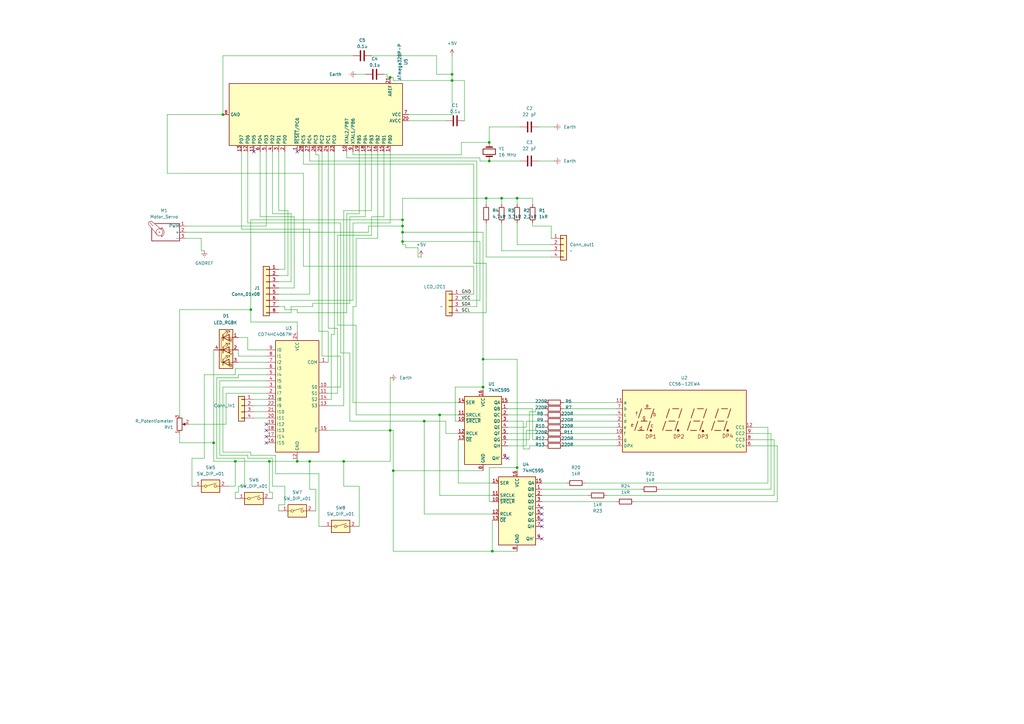
<source format=kicad_sch>
(kicad_sch (version 20250114) (generator "eeschema") (generator_version "9.0")
  (paper "A3")
  (lib_symbols
    (symbol "74xx:74HC595"
      (property "Reference" "U" (at -7.62 13.97 0))
      (property "Value" "74HC595" (at -7.62 -16.51 0))
      (symbol "74HC595_1_0"
        (pin input line (at -10.16 10.16 0) (length 2.54) (name "SER") (number "14"))
        (pin input line (at -10.16 5.08 0) (length 2.54) (name "SRCLK") (number "11"))
        (pin input line (at -10.16 2.54 0) (length 2.54) (name "~{SRCLR}") (number "10"))
        (pin input line (at -10.16 -2.54 0) (length 2.54) (name "RCLK") (number "12"))
        (pin input line (at -10.16 -5.08 0) (length 2.54) (name "~{OE}") (number "13"))
        (pin power_in line (at 0 15.24 270) (length 2.54) (name "VCC") (number "16"))
        (pin power_in line (at 0 -17.78 90) (length 2.54) (name "GND") (number "8"))
        (pin tri_state line (at 10.16 10.16 180) (length 2.54) (name "QA") (number "15"))
        (pin tri_state line (at 10.16 7.62 180) (length 2.54) (name "QB") (number "1"))
        (pin tri_state line (at 10.16 5.08 180) (length 2.54) (name "QC") (number "2"))
        (pin tri_state line (at 10.16 2.54 180) (length 2.54) (name "QD") (number "3"))
        (pin tri_state line (at 10.16 0 180) (length 2.54) (name "QE") (number "4"))
        (pin tri_state line (at 10.16 -2.54 180) (length 2.54) (name "QF") (number "5"))
        (pin tri_state line (at 10.16 -5.08 180) (length 2.54) (name "QG") (number "6"))
        (pin tri_state line (at 10.16 -7.62 180) (length 2.54) (name "QH") (number "7"))
        (pin output line (at 10.16 -12.7 180) (length 2.54) (name "QH'") (number "9"))
      )
    )
    (symbol "74xx:CD74HC4067M"
      (property "Reference" "U" (at -8.89 22.86 0))
      (property "Value" "CD74HC4067M" (at 1.27 22.86 0))
      (symbol "CD74HC4067M_1_1"
        (pin passive line (at -12.7 12.7 0) (length 3.81) (name "COM") (number "1"))
        (pin input line (at -12.7 2.54 0) (length 3.81) (name "S0") (number "10"))
        (pin input line (at -12.7 0 0) (length 3.81) (name "S1") (number "11"))
        (pin input line (at -12.7 -2.54 0) (length 3.81) (name "S2") (number "14"))
        (pin input line (at -12.7 -5.08 0) (length 3.81) (name "S3") (number "13"))
        (pin input line (at -12.7 -15.24 0) (length 3.81) (name "~{E}") (number "15"))
        (pin power_in line (at 0 25.4 270) (length 3.81) (name "VCC") (number "24"))
        (pin power_in line (at 0 -27.94 90) (length 3.81) (name "GND") (number "12"))
        (pin passive line (at 12.7 17.78 180) (length 3.81) (name "I0") (number "9"))
        (pin passive line (at 12.7 15.24 180) (length 3.81) (name "I1") (number "8"))
        (pin passive line (at 12.7 12.7 180) (length 3.81) (name "I2") (number "7"))
        (pin passive line (at 12.7 10.16 180) (length 3.81) (name "I3") (number "6"))
        (pin passive line (at 12.7 7.62 180) (length 3.81) (name "I4") (number "5"))
        (pin passive line (at 12.7 5.08 180) (length 3.81) (name "I5") (number "4"))
        (pin passive line (at 12.7 2.54 180) (length 3.81) (name "I6") (number "3"))
        (pin passive line (at 12.7 0 180) (length 3.81) (name "I7") (number "2"))
        (pin passive line (at 12.7 -2.54 180) (length 3.81) (name "I8") (number "23"))
        (pin passive line (at 12.7 -5.08 180) (length 3.81) (name "I9") (number "22"))
        (pin passive line (at 12.7 -7.62 180) (length 3.81) (name "I10") (number "21"))
        (pin passive line (at 12.7 -10.16 180) (length 3.81) (name "I11") (number "20"))
        (pin passive line (at 12.7 -12.7 180) (length 3.81) (name "I12") (number "19"))
        (pin passive line (at 12.7 -15.24 180) (length 3.81) (name "I13") (number "18"))
        (pin passive line (at 12.7 -17.78 180) (length 3.81) (name "I14") (number "17"))
        (pin passive line (at 12.7 -20.32 180) (length 3.81) (name "I15") (number "16"))
      )
    )
    (symbol "Connector_Generic:Conn_01x04" (pin_names (offset 1.016) (hide yes))
      (property "Reference" "J" (at 0 5.08 0))
      (property "Value" "Conn_01x04" (at 0 -7.62 0))
      (symbol "Conn_01x04_1_1"
        (pin passive line (at -5.08 2.54 0) (length 3.81) (name "Pin_1") (number "1"))
        (pin passive line (at -5.08 0 0) (length 3.81) (name "Pin_2") (number "2"))
        (pin passive line (at -5.08 -2.54 0) (length 3.81) (name "Pin_3") (number "3"))
        (pin passive line (at -5.08 -5.08 0) (length 3.81) (name "Pin_4") (number "4"))
      )
    )
    (symbol "Connector_Generic:Conn_01x08" (pin_names (offset 1.016) (hide yes))
      (property "Reference" "J" (at 0 10.16 0))
      (property "Value" "Conn_01x08" (at 0 -12.7 0))
      (symbol "Conn_01x08_1_1"
        (pin passive line (at -5.08 7.62 0) (length 3.81) (name "Pin_1") (number "1"))
        (pin passive line (at -5.08 5.08 0) (length 3.81) (name "Pin_2") (number "2"))
        (pin passive line (at -5.08 2.54 0) (length 3.81) (name "Pin_3") (number "3"))
        (pin passive line (at -5.08 0 0) (length 3.81) (name "Pin_4") (number "4"))
        (pin passive line (at -5.08 -2.54 0) (length 3.81) (name "Pin_5") (number "5"))
        (pin passive line (at -5.08 -5.08 0) (length 3.81) (name "Pin_6") (number "6"))
        (pin passive line (at -5.08 -7.62 0) (length 3.81) (name "Pin_7") (number "7"))
        (pin passive line (at -5.08 -10.16 0) (length 3.81) (name "Pin_8") (number "8"))
      )
    )
    (symbol "Device:C" (pin_numbers (hide yes)) (pin_names (offset 0.254))
      (property "Reference" "C1" (at -6.35 0 90))
      (property "Value" "C" (at -3.81 0 90))
      (symbol "C_1_1"
        (pin power_in line (at 0 3.81 270) (length 2.794) (name "~") (number "1"))
        (pin power_out line (at 0 -3.81 90) (length 2.794) (name "~") (number "2"))
      )
    )
    (symbol "Device:Crystal" (pin_numbers (hide yes)) (pin_names (offset 1.016) (hide yes))
      (property "Reference" "Y" (at 0 3.81 0))
      (property "Value" "Crystal" (at 0 -3.81 0))
      (symbol "Crystal_1_1"
        (pin passive line (at -3.81 0 0) (length 1.27) (name "1") (number "1"))
        (pin passive line (at 3.81 0 180) (length 1.27) (name "2") (number "2"))
      )
    )
    (symbol "Device:LED_RGBK" (pin_names (offset 0) (hide yes))
      (property "Reference" "D" (at 0 9.398 0))
      (property "Value" "LED_RGBK" (at 0 -8.89 0))
      (symbol "LED_RGBK_0_0"
        (text "R" (at 1.905 3.81 0) (effects (font (size 1.27 1.27))))
        (text "G" (at 1.905 -1.27 0) (effects (font (size 1.27 1.27))))
        (text "B" (at 1.905 -6.35 0) (effects (font (size 1.27 1.27))))
      )
      (symbol "LED_RGBK_1_1"
        (pin passive line (at -5.08 0 0) (length 2.54) (name "K") (number "4"))
        (pin passive line (at 5.08 5.08 180) (length 2.54) (name "RA") (number "1"))
        (pin passive line (at 5.08 0 180) (length 2.54) (name "GA") (number "2"))
        (pin passive line (at 5.08 -5.08 180) (length 2.54) (name "BA") (number "3"))
      )
    )
    (symbol "Device:R" (pin_numbers (hide yes)) (pin_names (offset 0))
      (property "Reference" "R" (at 2.032 0 90))
      (property "Value" "R" (at 0 0 90))
      (symbol "R_1_1"
        (pin passive line (at 0 3.81 270) (length 1.27) (name "~") (number "1"))
        (pin passive line (at 0 -3.81 90) (length 1.27) (name "~") (number "2"))
      )
    )
    (symbol "Device:R_Potentiometer" (pin_names (offset 1.016) (hide yes))
      (property "Reference" "RV" (at -4.445 0 90))
      (property "Value" "R_Potentiometer" (at -2.54 0 90))
      (symbol "R_Potentiometer_1_1"
        (pin passive line (at 0 3.81 270) (length 1.27) (name "1") (number "1"))
        (pin passive line (at 0 -3.81 90) (length 1.27) (name "3") (number "3"))
        (pin passive line (at 3.81 0 180) (length 1.27) (name "2") (number "2"))
      )
    )
    (symbol "Display_Character:CC56-12EWA"
      (property "Reference" "U" (at -24.13 13.97 0))
      (property "Value" "CC56-12EWA" (at 19.05 13.97 0))
      (symbol "CC56-12EWA_0_0"
        (text "e" (at -21.336 -1.524 0) (effects (font (size 1.524 1.524))))
        (text "f" (at -19.558 3.048 0) (effects (font (size 1.524 1.524))))
        (text "d" (at -17.78 -2.794 0) (effects (font (size 1.524 1.524))))
        (text "g" (at -16.51 1.524 0) (effects (font (size 1.524 1.524))))
        (text "a" (at -15.24 6.35 0) (effects (font (size 1.524 1.524))))
        (text "DP1" (at -13.716 -6.35 0) (effects (font (size 1.524 1.524))))
        (text "c" (at -13.208 -1.778 0) (effects (font (size 1.524 1.524))))
        (text "b" (at -12.192 2.794 0) (effects (font (size 1.524 1.524))))
        (text "DP2" (at -2.286 -6.35 0) (effects (font (size 1.524 1.524))))
        (text "DP3" (at 7.62 -6.35 0) (effects (font (size 1.524 1.524))))
        (text "DP4" (at 17.78 -6.096 0) (effects (font (size 1.524 1.524))))
      )
      (symbol "CC56-12EWA_1_1"
        (pin input line (at -27.94 7.62 0) (length 2.54) (name "a") (number "11"))
        (pin input line (at -27.94 5.08 0) (length 2.54) (name "b") (number "7"))
        (pin input line (at -27.94 2.54 0) (length 2.54) (name "c") (number "4"))
        (pin input line (at -27.94 0 0) (length 2.54) (name "d") (number "2"))
        (pin input line (at -27.94 -2.54 0) (length 2.54) (name "e") (number "1"))
        (pin input line (at -27.94 -5.08 0) (length 2.54) (name "f") (number "10"))
        (pin input line (at -27.94 -7.62 0) (length 2.54) (name "g") (number "5"))
        (pin input line (at -27.94 -10.16 0) (length 2.54) (name "DPX") (number "3"))
        (pin input line (at 27.94 -2.54 180) (length 2.54) (name "CC1") (number "12"))
        (pin input line (at 27.94 -5.08 180) (length 2.54) (name "CC2") (number "9"))
        (pin input line (at 27.94 -7.62 180) (length 2.54) (name "CC3") (number "8"))
        (pin input line (at 27.94 -10.16 180) (length 2.54) (name "CC4") (number "6"))
      )
    )
    (symbol "MCU_Microchip_ATmega:ATmega328P-P"
      (property "Reference" "U" (at -12.7 36.83 0))
      (property "Value" "ATmega328P-P" (at 2.54 -36.83 0))
      (symbol "ATmega328P-P_1_1"
        (pin passive line (at -15.24 30.48 0) (length 2.54) (name "AREF") (number "21"))
        (pin power_in line (at 0 38.1 270) (length 2.54) (name "VCC") (number "7"))
        (pin passive line (at 0 -38.1 90) (length 2.54) (hide yes) (name "GND") (number "22"))
        (pin power_in line (at 0 -38.1 90) (length 2.54) (name "GND") (number "8"))
        (pin power_in line (at 2.54 38.1 270) (length 2.54) (name "AVCC") (number "20"))
        (pin bidirectional line (at 15.24 30.48 180) (length 2.54) (name "PB0") (number "14"))
        (pin bidirectional line (at 15.24 27.94 180) (length 2.54) (name "PB1") (number "15"))
        (pin bidirectional line (at 15.24 25.4 180) (length 2.54) (name "PB2") (number "16"))
        (pin bidirectional line (at 15.24 22.86 180) (length 2.54) (name "PB3") (number "17"))
        (pin bidirectional line (at 15.24 20.32 180) (length 2.54) (name "PB4") (number "18"))
        (pin bidirectional line (at 15.24 17.78 180) (length 2.54) (name "PB5") (number "19"))
        (pin bidirectional line (at 15.24 15.24 180) (length 2.54) (name "XTAL1/PB6") (number "9"))
        (pin bidirectional line (at 15.24 12.7 180) (length 2.54) (name "XTAL2/PB7") (number "10"))
        (pin bidirectional line (at 15.24 7.62 180) (length 2.54) (name "PC0") (number "23"))
        (pin bidirectional line (at 15.24 5.08 180) (length 2.54) (name "PC1") (number "24"))
        (pin bidirectional line (at 15.24 2.54 180) (length 2.54) (name "PC2") (number "25"))
        (pin bidirectional line (at 15.24 0 180) (length 2.54) (name "PC3") (number "26"))
        (pin bidirectional line (at 15.24 -2.54 180) (length 2.54) (name "PC4") (number "27"))
        (pin bidirectional line (at 15.24 -5.08 180) (length 2.54) (name "PC5") (number "28"))
        (pin bidirectional line (at 15.24 -7.62 180) (length 2.54) (name "~{RESET}/PC6") (number "1"))
        (pin bidirectional line (at 15.24 -12.7 180) (length 2.54) (name "PD0") (number "2"))
        (pin bidirectional line (at 15.24 -15.24 180) (length 2.54) (name "PD1") (number "3"))
        (pin bidirectional line (at 15.24 -17.78 180) (length 2.54) (name "PD2") (number "4"))
        (pin bidirectional line (at 15.24 -20.32 180) (length 2.54) (name "PD3") (number "5"))
        (pin bidirectional line (at 15.24 -22.86 180) (length 2.54) (name "PD4") (number "6"))
        (pin bidirectional line (at 15.24 -25.4 180) (length 2.54) (name "PD5") (number "11"))
        (pin bidirectional line (at 15.24 -27.94 180) (length 2.54) (name "PD6") (number "12"))
        (pin bidirectional line (at 15.24 -30.48 180) (length 2.54) (name "PD7") (number "13"))
      )
    )
    (symbol "New_Library:74HC595"
      (property "Reference" "U" (at -7.62 13.97 0))
      (property "Value" "74HC595" (at -7.62 -16.51 0))
      (symbol "74HC595_1_0"
        (pin input line (at -10.16 10.16 0) (length 2.54) (name "SER") (number "14"))
        (pin input line (at -10.16 5.08 0) (length 2.54) (name "SRCLK") (number "11"))
        (pin input line (at -10.16 2.54 0) (length 2.54) (name "~{SRCLR}") (number "10"))
        (pin input line (at -10.16 -2.54 0) (length 2.54) (name "RCLK") (number "12"))
        (pin bidirectional line (at -10.16 -5.08 0) (length 2.54) (name "~{OE}") (number "13"))
        (pin power_in line (at 0 15.24 270) (length 2.54) (name "VCC") (number "16"))
        (pin power_in line (at 0 -17.78 90) (length 2.54) (name "GND") (number "8"))
        (pin tri_state line (at 10.16 10.16 180) (length 2.54) (name "QA") (number "15"))
        (pin tri_state line (at 10.16 7.62 180) (length 2.54) (name "QB") (number "1"))
        (pin tri_state line (at 10.16 5.08 180) (length 2.54) (name "QC") (number "2"))
        (pin tri_state line (at 10.16 2.54 180) (length 2.54) (name "QD") (number "3"))
        (pin tri_state line (at 10.16 0 180) (length 2.54) (name "QE") (number "4"))
        (pin tri_state line (at 10.16 -2.54 180) (length 2.54) (name "QF") (number "5"))
        (pin tri_state line (at 10.16 -5.08 180) (length 2.54) (name "QG") (number "6"))
        (pin tri_state line (at 10.16 -7.62 180) (length 2.54) (name "QH") (number "7"))
        (pin output line (at 10.16 -12.7 180) (length 2.54) (name "QH'") (number "9"))
      )
    )
    (symbol "New_Library:Conn_01x04" (pin_names (offset 1.016) (hide yes))
      (property "Reference" "J" (at 0 5.08 0))
      (property "Value" "Conn_01x04" (at 0 -7.62 0))
      (symbol "Conn_01x04_1_1"
        (pin power_out line (at -5.08 2.54 0) (length 3.81) (name "Pin_1") (number "1"))
        (pin power_in line (at -5.08 0 0) (length 3.81) (name "Pin_2") (number "2"))
        (pin passive line (at -5.08 -2.54 0) (length 3.81) (name "Pin_3") (number "3"))
        (pin passive line (at -5.08 -5.08 0) (length 3.81) (name "Pin_4") (number "4"))
      )
    )
    (symbol "New_Library:Motor_Servo" (pin_names (offset 0.0254))
      (property "Reference" "M" (at -5.08 4.445 0))
      (property "Value" "Motor_Servo" (at -5.08 -4.064 0))
      (symbol "Motor_Servo_1_1"
        (pin passive line (at -7.62 2.54 0) (length 2.54) (name "PWM") (number "1"))
        (pin power_in line (at -7.62 0 0) (length 2.54) (name "+") (number "2"))
        (pin power_out line (at -7.62 -2.54 0) (length 2.54) (name "-") (number "3"))
      )
    )
    (symbol "Switch:SW_DIP_x01" (pin_names (offset 0) (hide yes))
      (property "Reference" "SW" (at 0 3.81 0))
      (property "Value" "SW_DIP_x01" (at 0 -3.81 0))
      (symbol "SW_DIP_x01_1_1"
        (pin passive line (at -7.62 0 0) (length 5.08) (name "~") (number "1"))
        (pin passive line (at 7.62 0 180) (length 5.08) (name "~") (number "2"))
      )
    )
    (symbol "VCC_1" (power) (pin_numbers (hide yes)) (pin_names (offset 0) (hide yes))
      (property "Value" "+5V" (at 0 5.08 0))
      (symbol "VCC_1_1_1"
        (pin power_out line (at 0 0 90) (length 0) (name "~") (number "1"))
      )
    )
    (symbol "power:GNDREF" (power) (pin_numbers (hide yes)) (pin_names (offset 0) (hide yes))
      (property "Value" "GNDREF" (at 0 -3.81 0))
      (symbol "GNDREF_1_1"
        (pin power_in line (at 0 0 270) (length 0) (name "~") (number "1"))
      )
    )
    (symbol "power:VCC" (power) (pin_numbers (hide yes)) (pin_names (offset 0) (hide yes))
      (property "Value" "+5V" (at 0 5.08 0))
      (symbol "VCC_1_1"
        (pin power_out line (at 0 0 90) (length 0) (name "~") (number "1"))
      )
    )
  )
  (junction (at 160.02 31.75))
  (junction (at 121.92 189.23))
  (junction (at 185.42 33.02))
  (junction (at 205.74 81.28))
  (junction (at 173.99 172.72))
  (junction (at 91.44 46.99))
  (junction (at 180.34 170.18))
  (junction (at 165.1 95.25))
  (junction (at 127 189.23))
  (junction (at 102.87 127))
  (junction (at 198.12 147.32))
  (junction (at 198.12 158.75))
  (junction (at 165.1 92.71))
  (junction (at 87.63 181.61))
  (junction (at 212.09 81.28))
  (junction (at 199.39 81.28))
  (junction (at 165.1 99.06))
  (junction (at 110.49 189.23))
  (junction (at 185.42 30.48))
  (junction (at 200.66 66.04))
  (junction (at 96.52 189.23))
  (junction (at 212.09 191.77))
  (junction (at 165.1 90.17))
  (junction (at 201.93 226.06))
  (junction (at 160.02 176.53))
  (junction (at 161.29 193.04))
  (junction (at 140.97 189.23))
  (junction (at 200.66 58.42))
  (no_connect (at 222.25 215.9))
  (no_connect (at 208.28 187.96))
  (no_connect (at 222.25 213.36))
  (no_connect (at 222.25 220.98))
  (no_connect (at 104.14 62.23))
  (no_connect (at 222.25 208.28))
  (no_connect (at 109.22 179.07))
  (no_connect (at 121.92 62.23))
  (no_connect (at 109.22 173.99))
  (no_connect (at 222.25 210.82))
  (no_connect (at 109.22 181.61))
  (no_connect (at 109.22 176.53))
  (wire (pts (xy 151.13 92.71) (xy 165.1 92.71)))
  (wire (pts (xy 172.72 105.41) (xy 171.45 105.41)))
  (wire (pts (xy 143.51 124.46) (xy 128.27 124.46)))
  (wire (pts (xy 200.66 58.42) (xy 200.66 52.07)))
  (wire (pts (xy 161.29 176.53) (xy 160.02 176.53)))
  (wire (pts (xy 199.39 105.41) (xy 199.39 91.44)))
  (wire (pts (xy 189.23 123.19) (xy 196.85 123.19)))
  (wire (pts (xy 102.87 185.42) (xy 91.44 185.42)))
  (wire (pts (xy 260.35 205.74) (xy 318.77 205.74)))
  (wire (pts (xy 144.78 125.73) (xy 144.78 165.1)))
  (wire (pts (xy 196.85 123.19) (xy 196.85 99.06)))
  (wire (pts (xy 231.14 165.1) (xy 252.73 165.1)))
  (wire (pts (xy 187.96 198.12) (xy 201.93 198.12)))
  (wire (pts (xy 212.09 81.28) (xy 218.44 81.28)))
  (wire (pts (xy 190.5 33.02) (xy 190.5 49.53)))
  (wire (pts (xy 212.09 147.32) (xy 198.12 147.32)))
  (wire (pts (xy 182.88 177.8) (xy 187.96 177.8)))
  (wire (pts (xy 135.89 137.16) (xy 135.89 163.83)))
  (wire (pts (xy 241.3 203.2) (xy 222.25 203.2)))
  (wire (pts (xy 93.98 199.39) (xy 96.52 199.39)))
  (wire (pts (xy 96.52 201.93) (xy 96.52 204.47)))
  (wire (pts (xy 127 189.23) (xy 127 200.66)))
  (wire (pts (xy 96.52 189.23) (xy 110.49 189.23)))
  (wire (pts (xy 147.32 87.63) (xy 142.24 87.63)))
  (wire (pts (xy 134.62 166.37) (xy 140.97 166.37)))
  (wire (pts (xy 161.29 193.04) (xy 198.12 193.04)))
  (wire (pts (xy 316.23 200.66) (xy 316.23 177.8)))
  (wire (pts (xy 160.02 91.44) (xy 160.02 62.23)))
  (wire (pts (xy 187.96 172.72) (xy 186.69 172.72)))
  (wire (pts (xy 100.33 187.96) (xy 88.9 187.96)))
  (wire (pts (xy 154.94 97.79) (xy 146.05 97.79)))
  (wire (pts (xy 166.37 100.33) (xy 165.1 100.33)))
  (wire (pts (xy 139.7 146.05) (xy 139.7 158.75)))
  (wire (pts (xy 119.38 87.63) (xy 111.76 87.63)))
  (wire (pts (xy 231.14 175.26) (xy 252.73 175.26)))
  (wire (pts (xy 201.93 210.82) (xy 173.99 210.82)))
  (wire (pts (xy 97.79 199.39) (xy 97.79 201.93)))
  (wire (pts (xy 173.99 172.72) (xy 143.51 172.72)))
  (wire (pts (xy 231.14 172.72) (xy 252.73 172.72)))
  (wire (pts (xy 219.71 168.91) (xy 219.71 167.64)))
  (wire (pts (xy 152.4 86.36) (xy 140.97 86.36)))
  (wire (pts (xy 157.48 62.23) (xy 157.48 88.9)))
  (wire (pts (xy 100.33 199.39) (xy 97.79 199.39)))
  (wire (pts (xy 114.3 120.65) (xy 127 120.65)))
  (wire (pts (xy 143.51 144.78) (xy 139.7 144.78)))
  (wire (pts (xy 218.44 92.71) (xy 218.44 91.44)))
  (wire (pts (xy 111.76 201.93) (xy 110.49 201.93)))
  (wire (pts (xy 215.9 175.26) (xy 215.9 172.72)))
  (wire (pts (xy 161.29 193.04) (xy 161.29 176.53)))
  (wire (pts (xy 139.7 91.44) (xy 139.7 144.78)))
  (wire (pts (xy 147.32 215.9) (xy 147.32 199.39)))
  (wire (pts (xy 180.34 203.2) (xy 201.93 203.2)))
  (wire (pts (xy 227.33 52.07) (xy 220.98 52.07)))
  (wire (pts (xy 114.3 86.36) (xy 114.3 62.23)))
  (wire (pts (xy 68.58 46.99) (xy 91.44 46.99)))
  (wire (pts (xy 165.1 95.25) (xy 165.1 92.71)))
  (wire (pts (xy 140.97 189.23) (xy 140.97 199.39)))
  (wire (pts (xy 129.54 63.5) (xy 129.54 62.23)))
  (wire (pts (xy 90.17 186.69) (xy 101.6 186.69)))
  (wire (pts (xy 190.5 33.02) (xy 185.42 33.02)))
  (wire (pts (xy 143.51 88.9) (xy 143.51 124.46)))
  (wire (pts (xy 194.31 120.65) (xy 194.31 109.22)))
  (wire (pts (xy 127 189.23) (xy 140.97 189.23)))
  (wire (pts (xy 314.96 198.12) (xy 240.03 198.12)))
  (wire (pts (xy 121.92 132.08) (xy 121.92 135.89)))
  (wire (pts (xy 167.64 49.53) (xy 182.88 49.53)))
  (wire (pts (xy 199.39 107.95) (xy 194.31 107.95)))
  (wire (pts (xy 318.77 205.74) (xy 318.77 182.88)))
  (wire (pts (xy 171.45 105.41) (xy 171.45 101.6)))
  (wire (pts (xy 104.14 166.37) (xy 109.22 166.37)))
  (wire (pts (xy 130.81 135.89) (xy 130.81 63.5)))
  (wire (pts (xy 226.06 92.71) (xy 226.06 97.79)))
  (wire (pts (xy 114.3 113.03) (xy 118.11 113.03)))
  (wire (pts (xy 104.14 171.45) (xy 109.22 171.45)))
  (wire (pts (xy 208.28 165.1) (xy 223.52 165.1)))
  (wire (pts (xy 97.79 146.05) (xy 97.79 143.51)))
  (wire (pts (xy 214.63 184.15) (xy 217.17 184.15)))
  (wire (pts (xy 189.23 63.5) (xy 144.78 63.5)))
  (wire (pts (xy 138.43 96.52) (xy 138.43 133.35)))
  (wire (pts (xy 83.82 187.96) (xy 78.74 187.96)))
  (wire (pts (xy 231.14 180.34) (xy 252.73 180.34)))
  (wire (pts (xy 102.87 186.69) (xy 102.87 185.42)))
  (wire (pts (xy 109.22 92.71) (xy 109.22 62.23)))
  (wire (pts (xy 196.85 64.77) (xy 196.85 66.04)))
  (wire (pts (xy 83.82 153.67) (xy 96.52 153.67)))
  (wire (pts (xy 215.9 176.53) (xy 215.9 182.88)))
  (wire (pts (xy 97.79 154.94) (xy 97.79 153.67)))
  (wire (pts (xy 218.44 92.71) (xy 226.06 92.71)))
  (wire (pts (xy 308.61 180.34) (xy 317.5 180.34)))
  (wire (pts (xy 144.78 91.44) (xy 144.78 123.19)))
  (wire (pts (xy 231.14 167.64) (xy 252.73 167.64)))
  (wire (pts (xy 124.46 109.22) (xy 124.46 71.12)))
  (wire (pts (xy 87.63 189.23) (xy 96.52 189.23)))
  (wire (pts (xy 102.87 127) (xy 102.87 132.08)))
  (wire (pts (xy 146.05 97.79) (xy 146.05 125.73)))
  (wire (pts (xy 132.08 146.05) (xy 139.7 146.05)))
  (wire (pts (xy 217.17 180.34) (xy 217.17 168.91)))
  (wire (pts (xy 167.64 46.99) (xy 185.42 46.99)))
  (wire (pts (xy 316.23 177.8) (xy 308.61 177.8)))
  (wire (pts (xy 101.6 62.23) (xy 101.6 91.44)))
  (wire (pts (xy 82.55 97.79) (xy 76.2 97.79)))
  (wire (pts (xy 82.55 102.87) (xy 83.82 102.87)))
  (wire (pts (xy 180.34 170.18) (xy 180.34 203.2)))
  (wire (pts (xy 124.46 67.31) (xy 124.46 62.23)))
  (wire (pts (xy 222.25 200.66) (xy 262.89 200.66)))
  (wire (pts (xy 219.71 167.64) (xy 223.52 167.64)))
  (wire (pts (xy 201.93 205.74) (xy 200.66 205.74)))
  (wire (pts (xy 130.81 194.31) (xy 113.03 194.31)))
  (wire (pts (xy 201.93 226.06) (xy 161.29 226.06)))
  (wire (pts (xy 195.58 66.04) (xy 195.58 125.73)))
  (wire (pts (xy 161.29 226.06) (xy 161.29 193.04)))
  (wire (pts (xy 121.92 128.27) (xy 142.24 128.27)))
  (wire (pts (xy 196.85 66.04) (xy 200.66 66.04)))
  (wire (pts (xy 88.9 187.96) (xy 88.9 154.94)))
  (wire (pts (xy 147.32 199.39) (xy 140.97 199.39)))
  (wire (pts (xy 116.84 199.39) (xy 116.84 207.01)))
  (wire (pts (xy 120.65 118.11) (xy 120.65 88.9)))
  (wire (pts (xy 91.44 22.86) (xy 144.78 22.86)))
  (wire (pts (xy 166.37 101.6) (xy 166.37 100.33)))
  (wire (pts (xy 217.17 182.88) (xy 223.52 182.88)))
  (wire (pts (xy 152.4 96.52) (xy 138.43 96.52)))
  (wire (pts (xy 187.96 180.34) (xy 187.96 198.12)))
  (wire (pts (xy 186.69 158.75) (xy 198.12 158.75)))
  (wire (pts (xy 208.28 172.72) (xy 214.63 172.72)))
  (wire (pts (xy 270.51 200.66) (xy 316.23 200.66)))
  (wire (pts (xy 121.92 127) (xy 121.92 128.27)))
  (wire (pts (xy 142.24 64.77) (xy 196.85 64.77)))
  (wire (pts (xy 200.66 52.07) (xy 213.36 52.07)))
  (wire (pts (xy 160.02 189.23) (xy 160.02 176.53)))
  (wire (pts (xy 157.48 88.9) (xy 152.4 88.9)))
  (wire (pts (xy 149.86 62.23) (xy 149.86 88.9)))
  (wire (pts (xy 119.38 115.57) (xy 119.38 87.63)))
  (wire (pts (xy 189.23 128.27) (xy 199.39 128.27)))
  (wire (pts (xy 146.05 170.18) (xy 146.05 133.35)))
  (wire (pts (xy 90.17 156.21) (xy 90.17 186.69)))
  (wire (pts (xy 134.62 176.53) (xy 160.02 176.53)))
  (wire (pts (xy 199.39 128.27) (xy 199.39 107.95)))
  (wire (pts (xy 208.28 182.88) (xy 215.9 182.88)))
  (wire (pts (xy 104.14 163.83) (xy 109.22 163.83)))
  (wire (pts (xy 88.9 154.94) (xy 97.79 154.94)))
  (wire (pts (xy 212.09 193.04) (xy 212.09 191.77)))
  (wire (pts (xy 134.62 158.75) (xy 139.7 158.75)))
  (wire (pts (xy 318.77 182.88) (xy 308.61 182.88)))
  (wire (pts (xy 101.6 91.44) (xy 139.7 91.44)))
  (wire (pts (xy 104.14 168.91) (xy 109.22 168.91)))
  (wire (pts (xy 186.69 172.72) (xy 186.69 158.75)))
  (wire (pts (xy 73.66 127) (xy 102.87 127)))
  (wire (pts (xy 212.09 226.06) (xy 201.93 226.06)))
  (wire (pts (xy 212.09 81.28) (xy 212.09 83.82)))
  (wire (pts (xy 134.62 134.62) (xy 134.62 62.23)))
  (wire (pts (xy 200.66 191.77) (xy 212.09 191.77)))
  (wire (pts (xy 73.66 177.8) (xy 73.66 181.61)))
  (wire (pts (xy 97.79 153.67) (xy 109.22 153.67)))
  (wire (pts (xy 137.16 137.16) (xy 135.89 137.16)))
  (wire (pts (xy 116.84 110.49) (xy 116.84 62.23)))
  (wire (pts (xy 111.76 204.47) (xy 111.76 201.93)))
  (wire (pts (xy 130.81 63.5) (xy 129.54 63.5)))
  (wire (pts (xy 78.74 187.96) (xy 78.74 199.39)))
  (wire (pts (xy 219.71 176.53) (xy 219.71 175.26)))
  (wire (pts (xy 154.94 62.23) (xy 154.94 97.79)))
  (wire (pts (xy 114.3 123.19) (xy 144.78 123.19)))
  (wire (pts (xy 83.82 153.67) (xy 83.82 187.96)))
  (wire (pts (xy 143.51 172.72) (xy 143.51 144.78)))
  (wire (pts (xy 205.74 81.28) (xy 205.74 83.82)))
  (wire (pts (xy 76.2 95.25) (xy 151.13 95.25)))
  (wire (pts (xy 132.08 62.23) (xy 132.08 146.05)))
  (wire (pts (xy 217.17 168.91) (xy 219.71 168.91)))
  (wire (pts (xy 214.63 172.72) (xy 214.63 184.15)))
  (wire (pts (xy 182.88 172.72) (xy 173.99 172.72)))
  (wire (pts (xy 137.16 62.23) (xy 137.16 137.16)))
  (wire (pts (xy 99.06 93.98) (xy 127 93.98)))
  (wire (pts (xy 152.4 22.86) (xy 179.07 22.86)))
  (wire (pts (xy 101.6 138.43) (xy 101.6 143.51)))
  (wire (pts (xy 82.55 102.87) (xy 82.55 97.79)))
  (wire (pts (xy 116.84 127) (xy 121.92 127)))
  (wire (pts (xy 218.44 180.34) (xy 223.52 180.34)))
  (wire (pts (xy 218.44 180.34) (xy 218.44 167.64)))
  (wire (pts (xy 138.43 133.35) (xy 146.05 133.35)))
  (wire (pts (xy 231.14 170.18) (xy 252.73 170.18)))
  (wire (pts (xy 127 66.04) (xy 195.58 66.04)))
  (wire (pts (xy 129.54 200.66) (xy 127 200.66)))
  (wire (pts (xy 127 93.98) (xy 127 120.65)))
  (wire (pts (xy 87.63 143.51) (xy 87.63 181.61)))
  (wire (pts (xy 198.12 158.75) (xy 198.12 160.02)))
  (wire (pts (xy 152.4 88.9) (xy 152.4 96.52)))
  (wire (pts (xy 217.17 184.15) (xy 217.17 182.88)))
  (wire (pts (xy 142.24 87.63) (xy 142.24 128.27)))
  (wire (pts (xy 189.23 58.42) (xy 200.66 58.42)))
  (wire (pts (xy 232.41 198.12) (xy 222.25 198.12)))
  (wire (pts (xy 91.44 22.86) (xy 91.44 46.99)))
  (wire (pts (xy 102.87 90.17) (xy 102.87 127)))
  (wire (pts (xy 208.28 180.34) (xy 217.17 180.34)))
  (wire (pts (xy 92.71 173.99) (xy 92.71 161.29)))
  (wire (pts (xy 68.58 71.12) (xy 68.58 46.99)))
  (wire (pts (xy 116.84 207.01) (xy 114.3 207.01)))
  (wire (pts (xy 118.11 86.36) (xy 114.3 86.36)))
  (wire (pts (xy 111.76 87.63) (xy 111.76 62.23)))
  (wire (pts (xy 219.71 175.26) (xy 223.52 175.26)))
  (wire (pts (xy 140.97 189.23) (xy 160.02 189.23)))
  (wire (pts (xy 109.22 156.21) (xy 90.17 156.21)))
  (wire (pts (xy 185.42 22.86) (xy 185.42 30.48)))
  (wire (pts (xy 114.3 207.01) (xy 114.3 209.55)))
  (wire (pts (xy 147.32 62.23) (xy 147.32 87.63)))
  (wire (pts (xy 171.45 101.6) (xy 166.37 101.6)))
  (wire (pts (xy 100.33 199.39) (xy 100.33 187.96)))
  (wire (pts (xy 165.1 81.28) (xy 165.1 90.17)))
  (wire (pts (xy 231.14 177.8) (xy 252.73 177.8)))
  (wire (pts (xy 101.6 187.96) (xy 111.76 187.96)))
  (wire (pts (xy 138.43 134.62) (xy 134.62 134.62)))
  (wire (pts (xy 231.14 182.88) (xy 252.73 182.88)))
  (wire (pts (xy 212.09 191.77) (xy 212.09 147.32)))
  (wire (pts (xy 199.39 81.28) (xy 205.74 81.28)))
  (wire (pts (xy 130.81 215.9) (xy 132.08 215.9)))
  (wire (pts (xy 180.34 170.18) (xy 146.05 170.18)))
  (wire (pts (xy 218.44 83.82) (xy 218.44 81.28)))
  (wire (pts (xy 119.38 125.73) (xy 128.27 125.73)))
  (wire (pts (xy 109.22 146.05) (xy 97.79 146.05)))
  (wire (pts (xy 182.88 172.72) (xy 182.88 177.8)))
  (wire (pts (xy 187.96 165.1) (xy 144.78 165.1)))
  (wire (pts (xy 127 62.23) (xy 127 66.04)))
  (wire (pts (xy 144.78 63.5) (xy 144.78 62.23)))
  (wire (pts (xy 189.23 125.73) (xy 195.58 125.73)))
  (wire (pts (xy 165.1 99.06) (xy 165.1 100.33)))
  (wire (pts (xy 140.97 86.36) (xy 140.97 166.37)))
  (wire (pts (xy 101.6 143.51) (xy 109.22 143.51)))
  (wire (pts (xy 308.61 175.26) (xy 314.96 175.26)))
  (wire (pts (xy 142.24 64.77) (xy 142.24 62.23)))
  (wire (pts (xy 130.81 194.31) (xy 130.81 215.9)))
  (wire (pts (xy 118.11 113.03) (xy 118.11 86.36)))
  (wire (pts (xy 151.13 95.25) (xy 151.13 92.71)))
  (wire (pts (xy 138.43 161.29) (xy 138.43 134.62)))
  (wire (pts (xy 314.96 175.26) (xy 314.96 198.12)))
  (wire (pts (xy 111.76 199.39) (xy 116.84 199.39)))
  (wire (pts (xy 198.12 95.25) (xy 198.12 147.32)))
  (wire (pts (xy 208.28 167.64) (xy 218.44 167.64)))
  (wire (pts (xy 99.06 62.23) (xy 99.06 93.98)))
  (wire (pts (xy 200.66 205.74) (xy 200.66 191.77)))
  (wire (pts (xy 77.47 173.99) (xy 92.71 173.99)))
  (wire (pts (xy 215.9 172.72) (xy 223.52 172.72)))
  (wire (pts (xy 96.52 189.23) (xy 96.52 199.39)))
  (wire (pts (xy 134.62 148.59) (xy 134.62 135.89)))
  (wire (pts (xy 208.28 175.26) (xy 215.9 175.26)))
  (wire (pts (xy 187.96 170.18) (xy 180.34 170.18)))
  (wire (pts (xy 226.06 100.33) (xy 212.09 100.33)))
  (wire (pts (xy 199.39 81.28) (xy 199.39 83.82)))
  (wire (pts (xy 114.3 115.57) (xy 119.38 115.57)))
  (wire (pts (xy 91.44 185.42) (xy 91.44 158.75)))
  (wire (pts (xy 114.3 125.73) (xy 116.84 125.73)))
  (wire (pts (xy 102.87 132.08) (xy 121.92 132.08)))
  (wire (pts (xy 222.25 205.74) (xy 252.73 205.74)))
  (wire (pts (xy 124.46 109.22) (xy 194.31 109.22)))
  (wire (pts (xy 205.74 102.87) (xy 226.06 102.87)))
  (wire (pts (xy 128.27 124.46) (xy 128.27 125.73)))
  (wire (pts (xy 165.1 92.71) (xy 165.1 90.17)))
  (wire (pts (xy 73.66 170.18) (xy 73.66 127)))
  (wire (pts (xy 196.85 99.06) (xy 165.1 99.06)))
  (wire (pts (xy 152.4 62.23) (xy 152.4 86.36)))
  (wire (pts (xy 160.02 154.94) (xy 160.02 176.53)))
  (wire (pts (xy 97.79 148.59) (xy 109.22 148.59)))
  (wire (pts (xy 134.62 163.83) (xy 135.89 163.83)))
  (wire (pts (xy 146.05 125.73) (xy 144.78 125.73)))
  (wire (pts (xy 215.9 176.53) (xy 219.71 176.53)))
  (wire (pts (xy 92.71 161.29) (xy 109.22 161.29)))
  (wire (pts (xy 119.38 125.73) (xy 119.38 128.27)))
  (wire (pts (xy 161.29 31.75) (xy 160.02 31.75)))
  (wire (pts (xy 158.75 30.48) (xy 157.48 30.48)))
  (wire (pts (xy 116.84 125.73) (xy 116.84 127)))
  (wire (pts (xy 114.3 128.27) (xy 119.38 128.27)))
  (wire (pts (xy 96.52 151.13) (xy 109.22 151.13)))
  (wire (pts (xy 161.29 33.02) (xy 161.29 31.75)))
  (wire (pts (xy 87.63 181.61) (xy 87.63 189.23)))
  (wire (pts (xy 134.62 135.89) (xy 130.81 135.89)))
  (wire (pts (xy 111.76 187.96) (xy 111.76 199.39)))
  (wire (pts (xy 138.43 161.29) (xy 134.62 161.29)))
  (wire (pts (xy 208.28 170.18) (xy 223.52 170.18)))
  (wire (pts (xy 212.09 100.33) (xy 212.09 91.44)))
  (wire (pts (xy 165.1 81.28) (xy 199.39 81.28)))
  (wire (pts (xy 226.06 105.41) (xy 199.39 105.41)))
  (wire (pts (xy 198.12 95.25) (xy 165.1 95.25)))
  (wire (pts (xy 144.78 91.44) (xy 160.02 91.44)))
  (wire (pts (xy 165.1 99.06) (xy 165.1 95.25)))
  (wire (pts (xy 109.22 92.71) (xy 76.2 92.71)))
  (wire (pts (xy 114.3 118.11) (xy 120.65 118.11)))
  (wire (pts (xy 73.66 181.61) (xy 87.63 181.61)))
  (wire (pts (xy 68.58 71.12) (xy 124.46 71.12)))
  (wire (pts (xy 185.42 30.48) (xy 185.42 33.02)))
  (wire (pts (xy 317.5 203.2) (xy 248.92 203.2)))
  (wire (pts (xy 179.07 22.86) (xy 179.07 30.48)))
  (wire (pts (xy 110.49 189.23) (xy 121.92 189.23)))
  (wire (pts (xy 158.75 30.48) (xy 158.75 31.75)))
  (wire (pts (xy 149.86 88.9) (xy 143.51 88.9)))
  (wire (pts (xy 194.31 67.31) (xy 124.46 67.31)))
  (wire (pts (xy 198.12 147.32) (xy 198.12 158.75)))
  (wire (pts (xy 101.6 186.69) (xy 101.6 187.96)))
  (wire (pts (xy 96.52 153.67) (xy 96.52 151.13)))
  (wire (pts (xy 201.93 213.36) (xy 201.93 226.06)))
  (wire (pts (xy 194.31 107.95) (xy 194.31 67.31)))
  (wire (pts (xy 189.23 58.42) (xy 189.23 63.5)))
  (wire (pts (xy 97.79 138.43) (xy 101.6 138.43)))
  (wire (pts (xy 208.28 177.8) (xy 223.52 177.8)))
  (wire (pts (xy 200.66 66.04) (xy 213.36 66.04)))
  (wire (pts (xy 113.03 194.31) (xy 113.03 186.69)))
  (wire (pts (xy 205.74 81.28) (xy 212.09 81.28)))
  (wire (pts (xy 158.75 31.75) (xy 160.02 31.75)))
  (wire (pts (xy 189.23 120.65) (xy 194.31 120.65)))
  (wire (pts (xy 129.54 209.55) (xy 129.54 200.66)))
  (wire (pts (xy 102.87 90.17) (xy 165.1 90.17)))
  (wire (pts (xy 113.03 186.69) (xy 102.87 186.69)))
  (wire (pts (xy 121.92 189.23) (xy 127 189.23)))
  (wire (pts (xy 317.5 180.34) (xy 317.5 203.2)))
  (wire (pts (xy 106.68 88.9) (xy 106.68 62.23)))
  (wire (pts (xy 114.3 110.49) (xy 116.84 110.49)))
  (wire (pts (xy 185.42 33.02) (xy 185.42 46.99)))
  (wire (pts (xy 205.74 91.44) (xy 205.74 102.87)))
  (wire (pts (xy 120.65 88.9) (xy 106.68 88.9)))
  (wire (pts (xy 161.29 33.02) (xy 185.42 33.02)))
  (wire (pts (xy 149.86 30.48) (xy 146.05 30.48)))
  (wire (pts (xy 173.99 210.82) (xy 173.99 172.72)))
  (wire (pts (xy 91.44 158.75) (xy 109.22 158.75)))
  (wire (pts (xy 97.79 201.93) (xy 96.52 201.93)))
  (wire (pts (xy 220.98 66.04) (xy 227.33 66.04)))
  (wire (pts (xy 110.49 189.23) (xy 110.49 201.93)))
  (wire (pts (xy 185.42 30.48) (xy 179.07 30.48)))
  (label "VCC" (at 189.23 123.19 0))
  (label "SDA" (at 189.23 125.73 0))
  (label "SCL" (at 189.23 128.27 0))
  (label "GND" (at 189.23 120.65 0))
  (symbol (lib_id "power:GNDREF") (at 83.82 102.87 0) (unit 1)
    (property "Reference" "#PWR05" (effects (hide yes)))
    (property "Value" "GNDREF" (at 83.82 107.95 0))
    (property "Description" "Power symbol creates a global label with name \"GNDREF\" , reference supply ground" (effects (hide yes)))
  )
  (symbol (lib_id "Device:R") (at 227.33 175.26 90) (mirror x) (unit 1)
    (property "Reference" "R10" (at 221.488 174.752 90))
    (property "Value" "220R" (at 232.664 174.752 90))
    (property "Footprint" "Resistor_THT:R_Axial_DIN0207_L6.3mm_D2.5mm_P7.62mm_Horizontal" (effects (hide yes)))
    (property "Description" "Resistor" (effects (hide yes)))
  )
  (symbol (lib_id "MCU_Microchip_ATmega:ATmega328P-P") (at 129.54 46.99 270) (unit 1)
    (property "Reference" "U5" (at 166.4402 25.4 0))
    (property "Value" "ATmega328P-P" (at 163.9002 25.4 0))
    (property "Footprint" "Package_DIP:DIP-28_W7.62mm" (effects (hide yes)))
    (property "Datasheet" "http://ww1.microchip.com/downloads/en/DeviceDoc/ATmega328_P%20AVR%20MCU%20with%20picoPower%20Technology%20Data%20Sheet%2040001984A.pdf" (effects (hide yes)))
    (property "Description" "20MHz, 32kB Flash, 2kB SRAM, 1kB EEPROM, DIP-28" (effects (hide yes)))
  )
  (symbol (lib_id "Device:LED_RGBK") (at 92.71 143.51 0) (unit 1)
    (property "Reference" "D1" (at 92.71 129.54 0))
    (property "Value" "LED_RGBK" (at 92.456 132.334 0))
    (property "Footprint" "LED_THT:LED_BL-FL7680RGB" (effects (hide yes)))
    (property "Description" "RGB LED, red/green/blue/cathode" (effects (hide yes)))
  )
  (symbol (lib_id "power:GNDREF") (at 160.02 154.94 90) (unit 1)
    (property "Reference" "#PWR07" (effects (hide yes)))
    (property "Value" "Earth" (at 163.83 154.9399 90) (effects (justify right)))
    (property "Description" "Power symbol creates a global label with name \"GNDREF\" , reference supply ground" (effects (hide yes)))
  )
  (symbol (lib_id "Device:C") (at 217.17 52.07 270) (mirror x) (unit 1)
    (property "Reference" "C2" (at 217.17 44.45 90))
    (property "Value" "22 pF" (at 217.17 46.99 90))
    (property "Footprint" "Capacitor_THT:CP_Radial_Tantal_D5.5mm_P2.50mm" (effects (hide yes)))
    (property "Description" "Unpolarized capacitor" (effects (hide yes)))
  )
  (symbol (lib_id "Device:C") (at 186.69 49.53 270) (unit 1)
    (property "Reference" "C1" (at 186.69 43.18 90))
    (property "Value" "0.1u" (at 186.69 45.72 90))
    (property "Footprint" "Capacitor_THT:CP_Radial_Tantal_D5.5mm_P2.50mm" (effects (hide yes)))
    (property "Description" "Unpolarized capacitor" (effects (hide yes)))
  )
  (symbol (lib_id "Connector_Generic:Conn_01x04") (at 99.06 166.37 0) (mirror y) (unit 1)
    (property "Reference" "Conn_in1" (at 96.52 166.3699 0) (effects (justify left)))
    (property "Footprint" "Connector_PinSocket_2.54mm:PinSocket_1x04_P2.54mm_Vertical" (effects (hide yes)))
    (property "Description" "Generic connector, single row, 01x04, script generated (kicad-library-utils/schlib/autogen/connector/)" (effects (hide yes)))
  )
  (symbol (lib_id "Device:R") (at 256.54 205.74 90) (mirror x) (unit 1)
    (property "Reference" "R24" (at 256.54 199.39 90))
    (property "Value" "1kR" (at 256.54 201.93 90))
    (property "Footprint" "Resistor_THT:R_Axial_DIN0207_L6.3mm_D2.5mm_P7.62mm_Horizontal" (effects (hide yes)))
    (property "Description" "Resistor" (effects (hide yes)))
  )
  (symbol (lib_id "power:GNDREF") (at 227.33 66.04 90) (unit 1)
    (property "Reference" "#PWR04" (effects (hide yes)))
    (property "Value" "Earth" (at 231.14 66.0399 90) (effects (justify right)))
    (property "Description" "Power symbol creates a global label with name \"GNDREF\" , reference supply ground" (effects (hide yes)))
  )
  (symbol (lib_id "New_Library:74HC595") (at 198.12 175.26 0) (unit 1)
    (property "Reference" "U1" (at 200.2633 157.48 0) (effects (justify left)))
    (property "Value" "74HC595" (at 200.2633 160.02 0) (effects (justify left)))
    (property "Footprint" "Package_DIP:DIP-16_W10.16mm" (effects (hide yes)))
    (property "Datasheet" "http://www.ti.com/lit/ds/symlink/sn74hc595.pdf" (effects (hide yes)))
    (property "Description" "8-bit serial in/out Shift Register 3-State Outputs" (effects (hide yes)))
  )
  (symbol (lib_id "Device:R_Potentiometer") (at 73.66 173.99 0) (mirror x) (unit 1)
    (property "Reference" "RV1" (at 71.12 175.2601 0) (effects (justify right)))
    (property "Value" "R_Potentiometer" (at 71.12 172.7201 0) (effects (justify right)))
    (property "Footprint" "Potentiometer_THT:Potentiometer_Piher_PC-16_Single_Horizontal" (effects (hide yes)))
    (property "Description" "Potentiometer" (effects (hide yes)))
  )
  (symbol (lib_id "74xx:CD74HC4067M") (at 121.92 161.29 0) (mirror y) (unit 1)
    (property "Reference" "U3" (at 119.7767 134.62 0) (effects (justify left)))
    (property "Value" "CD74HC4067M" (at 119.7767 137.16 0) (effects (justify left)))
    (property "Footprint" "Library:mux_16" (effects (hide yes)))
    (property "Datasheet" "http://www.ti.com/lit/ds/symlink/cd74hc4067.pdf" (effects (hide yes)))
    (property "Description" "High-Speed CMOS Logic 16-Channel Analog Multiplexer/Demultiplexer, SOIC-24" (effects (hide yes)))
  )
  (symbol (lib_id "Device:R") (at 212.09 87.63 0) (unit 1)
    (property "Reference" "R2" (at 214.63 86.3599 0) (effects (justify left)))
    (property "Value" "2,2kR" (at 214.63 88.8999 0) (effects (justify left)))
    (property "Footprint" "Resistor_THT:R_Axial_DIN0207_L6.3mm_D2.5mm_P7.62mm_Horizontal" (effects (hide yes)))
    (property "Description" "Resistor" (effects (hide yes)))
  )
  (symbol (lib_id "Device:C") (at 153.67 30.48 270) (unit 1)
    (property "Reference" "C4" (at 153.67 24.13 90))
    (property "Value" "0.1u" (at 153.67 26.67 90))
    (property "Footprint" "Capacitor_THT:CP_Radial_Tantal_D5.5mm_P2.50mm" (effects (hide yes)))
    (property "Description" "Unpolarized capacitor" (effects (hide yes)))
  )
  (symbol (lib_id "Device:R") (at 227.33 180.34 90) (mirror x) (unit 1)
    (property "Reference" "R12" (at 221.488 179.832 90))
    (property "Value" "220R" (at 232.664 179.832 90))
    (property "Footprint" "Resistor_THT:R_Axial_DIN0207_L6.3mm_D2.5mm_P7.62mm_Horizontal" (effects (hide yes)))
    (property "Description" "Resistor" (effects (hide yes)))
  )
  (symbol (lib_id "Device:R") (at 245.11 203.2 270) (mirror x) (unit 1)
    (property "Reference" "R23" (at 245.11 209.55 90))
    (property "Value" "1kR" (at 245.11 207.01 90))
    (property "Footprint" "Resistor_THT:R_Axial_DIN0207_L6.3mm_D2.5mm_P7.62mm_Horizontal" (effects (hide yes)))
    (property "Description" "Resistor" (effects (hide yes)))
  )
  (symbol (lib_id "Device:R") (at 205.74 87.63 0) (unit 1)
    (property "Reference" "R3" (at 208.28 86.3599 0) (effects (justify left)))
    (property "Value" "3,3kR" (at 208.28 88.8999 0) (effects (justify left)))
    (property "Footprint" "Resistor_THT:R_Axial_DIN0207_L6.3mm_D2.5mm_P7.62mm_Horizontal" (effects (hide yes)))
    (property "Description" "Resistor" (effects (hide yes)))
  )
  (symbol (lib_id "Device:R") (at 236.22 198.12 270) (mirror x) (unit 1)
    (property "Reference" "R20" (at 236.22 191.77 90))
    (property "Value" "1kR" (at 236.22 194.31 90))
    (property "Footprint" "Resistor_THT:R_Axial_DIN0207_L6.3mm_D2.5mm_P7.62mm_Horizontal" (effects (hide yes)))
    (property "Description" "Resistor" (effects (hide yes)))
  )
  (symbol (lib_id "Switch:SW_DIP_x01") (at 121.92 209.55 0) (unit 1)
    (property "Reference" "SW7" (at 121.92 201.93 0))
    (property "Value" "SW_DIP_x01" (at 121.92 204.47 0))
    (property "Footprint" "Button_Switch_THT:SW_PUSH-12mm" (effects (hide yes)))
    (property "Description" "1x DIP Switch, Single Pole Single Throw (SPST) switch, small symbol" (effects (hide yes)))
  )
  (symbol (lib_id "Device:Crystal") (at 200.66 62.23 90) (unit 1)
    (property "Reference" "Y1" (at 204.47 60.9599 90) (effects (justify right)))
    (property "Value" "16 MHz" (at 204.47 63.4999 90) (effects (justify right)))
    (property "Footprint" "Crystal:Crystal_HC18-U_Vertical" (effects (hide yes)))
    (property "Description" "Two pin crystal" (effects (hide yes)))
  )
  (symbol (lib_id "Device:R") (at 227.33 177.8 270) (unit 1)
    (property "Reference" "R11" (at 233.172 177.292 90))
    (property "Value" "220R" (at 221.996 177.292 90))
    (property "Footprint" "Resistor_THT:R_Axial_DIN0207_L6.3mm_D2.5mm_P7.62mm_Horizontal" (effects (hide yes)))
    (property "Description" "Resistor" (effects (hide yes)))
  )
  (symbol (lib_id "Device:R") (at 227.33 165.1 270) (unit 1)
    (property "Reference" "R6" (at 233.172 164.592 90))
    (property "Value" "220R" (at 221.996 164.592 90))
    (property "Footprint" "Resistor_THT:R_Axial_DIN0207_L6.3mm_D2.5mm_P7.62mm_Horizontal" (effects (hide yes)))
    (property "Description" "Resistor" (effects (hide yes)))
  )
  (symbol (lib_id "Device:R") (at 227.33 170.18 90) (mirror x) (unit 1)
    (property "Reference" "R8" (at 221.488 169.672 90))
    (property "Value" "220R" (at 232.664 169.672 90))
    (property "Footprint" "Resistor_THT:R_Axial_DIN0207_L6.3mm_D2.5mm_P7.62mm_Horizontal" (effects (hide yes)))
    (property "Description" "Resistor" (effects (hide yes)))
  )
  (symbol (lib_id "Device:R") (at 218.44 87.63 0) (unit 1)
    (property "Reference" "R1" (at 220.98 86.3599 0) (effects (justify left)))
    (property "Value" "1kR" (at 220.98 88.8999 0) (effects (justify left)))
    (property "Footprint" "Resistor_THT:R_Axial_DIN0207_L6.3mm_D2.5mm_P7.62mm_Horizontal" (effects (hide yes)))
    (property "Description" "Resistor" (effects (hide yes)))
  )
  (symbol (lib_id "Display_Character:CC56-12EWA") (at 280.67 172.72 0) (unit 1)
    (property "Reference" "U2" (at 280.67 154.94 0))
    (property "Value" "CC56-12EWA" (at 280.67 157.48 0))
    (property "Footprint" "Display_7Segment:CA56-12EWA" (effects (hide yes)))
    (property "Datasheet" "http://www.kingbrightusa.com/images/catalog/SPEC/CA56-12EWA.pdf" (effects (hide yes)))
    (property "Description" "4 digit 7 segment high efficiency red LED, common cathode" (effects (hide yes)))
  )
  (symbol (lib_id "Device:R") (at 227.33 167.64 270) (unit 1)
    (property "Reference" "R7" (at 233.172 167.132 90))
    (property "Value" "220R" (at 221.996 167.132 90))
    (property "Footprint" "Resistor_THT:R_Axial_DIN0207_L6.3mm_D2.5mm_P7.62mm_Horizontal" (effects (hide yes)))
    (property "Description" "Resistor" (effects (hide yes)))
  )
  (symbol (lib_id "Connector_Generic:Conn_01x08") (at 109.22 118.11 0) (mirror y) (unit 1)
    (property "Reference" "J1" (at 106.68 118.1099 0) (effects (justify left)))
    (property "Value" "Conn_01x08" (at 106.68 120.6499 0) (effects (justify left)))
    (property "Footprint" "Connector_PinSocket_2.54mm:PinSocket_1x08_P2.54mm_Vertical" (effects (hide yes)))
    (property "Description" "Generic connector, single row, 01x08, script generated (kicad-library-utils/schlib/autogen/connector/)" (effects (hide yes)))
  )
  (symbol (lib_id "Device:R") (at 227.33 182.88 90) (mirror x) (unit 1)
    (property "Reference" "R13" (at 221.488 182.372 90))
    (property "Value" "220R" (at 232.664 182.372 90))
    (property "Footprint" "Resistor_THT:R_Axial_DIN0207_L6.3mm_D2.5mm_P7.62mm_Horizontal" (effects (hide yes)))
    (property "Description" "Resistor" (effects (hide yes)))
  )
  (symbol (lib_id "Device:C") (at 217.17 66.04 270) (mirror x) (unit 1)
    (property "Reference" "C3" (at 217.17 58.42 90))
    (property "Value" "22 pF" (at 217.17 60.96 90))
    (property "Footprint" "Capacitor_THT:CP_Radial_Tantal_D5.5mm_P2.50mm" (effects (hide yes)))
    (property "Description" "Unpolarized capacitor" (effects (hide yes)))
  )
  (symbol (lib_name "VCC_1") (lib_id "power:VCC") (at 185.42 22.86 0) (unit 1)
    (property "Reference" "#PWR02" (effects (hide yes)))
    (property "Value" "+5V" (at 185.42 17.78 0))
    (property "Description" "Power symbol creates a global label with name \"VCC\"" (effects (hide yes)))
  )
  (symbol (lib_id "power:VCC") (at 172.72 105.41 0) (unit 1)
    (property "Reference" "#PWR03" (effects (hide yes)))
    (property "Value" "+5V" (at 172.72 100.33 0))
    (property "Description" "Power symbol creates a global label with name \"VCC\"" (effects (hide yes)))
  )
  (symbol (lib_id "Switch:SW_DIP_x01") (at 104.14 204.47 0) (unit 1)
    (property "Reference" "SW6" (at 104.14 196.85 0))
    (property "Value" "SW_DIP_x01" (at 104.14 199.39 0))
    (property "Footprint" "Button_Switch_THT:SW_PUSH-12mm" (effects (hide yes)))
    (property "Description" "1x DIP Switch, Single Pole Single Throw (SPST) switch, small symbol" (effects (hide yes)))
  )
  (symbol (lib_id "Device:R") (at 199.39 87.63 0) (unit 1)
    (property "Reference" "R4" (at 201.93 86.3599 0) (effects (justify left)))
    (property "Value" "4,7kR" (at 201.93 88.8999 0) (effects (justify left)))
    (property "Footprint" "Resistor_THT:R_Axial_DIN0207_L6.3mm_D2.5mm_P7.62mm_Horizontal" (effects (hide yes)))
    (property "Description" "Resistor" (effects (hide yes)))
  )
  (symbol (lib_id "Connector_Generic:Conn_01x04") (at 231.14 100.33 0) (unit 1)
    (property "Reference" "Conn_out1" (at 233.68 100.3299 0) (effects (justify left)))
    (property "Value" "~" (at 233.68 102.8699 0) (effects (justify left)))
    (property "Footprint" "Connector_PinSocket_2.54mm:PinSocket_1x04_P2.54mm_Vertical" (effects (hide yes)))
    (property "Description" "Generic connector, single row, 01x04, script generated (kicad-library-utils/schlib/autogen/connector/)" (effects (hide yes)))
  )
  (symbol (lib_id "power:GNDREF") (at 227.33 52.07 90) (unit 1)
    (property "Reference" "#PWR01" (effects (hide yes)))
    (property "Value" "Earth" (at 231.14 52.0699 90) (effects (justify right)))
    (property "Description" "Power symbol creates a global label with name \"GNDREF\" , reference supply ground" (effects (hide yes)))
  )
  (symbol (lib_id "Switch:SW_DIP_x01") (at 86.36 199.39 0) (unit 1)
    (property "Reference" "SW5" (at 86.36 191.77 0))
    (property "Value" "SW_DIP_x01" (at 86.36 194.31 0))
    (property "Footprint" "Button_Switch_THT:SW_PUSH-12mm" (effects (hide yes)))
    (property "Description" "1x DIP Switch, Single Pole Single Throw (SPST) switch, small symbol" (effects (hide yes)))
  )
  (symbol (lib_id "74xx:74HC595") (at 212.09 208.28 0) (unit 1)
    (property "Reference" "U4" (at 214.2333 190.5 0) (effects (justify left)))
    (property "Value" "74HC595" (at 214.2333 193.04 0) (effects (justify left)))
    (property "Footprint" "Package_DIP:DIP-16_W10.16mm" (effects (hide yes)))
    (property "Datasheet" "http://www.ti.com/lit/ds/symlink/sn74hc595.pdf" (effects (hide yes)))
    (property "Description" "8-bit serial in/out Shift Register 3-State Outputs" (effects (hide yes)))
  )
  (symbol (lib_id "New_Library:Motor_Servo") (at 68.58 95.25 0) (mirror y) (unit 1)
    (property "Reference" "M1" (at 67.3239 86.36 0))
    (property "Value" "Motor_Servo" (at 67.3239 88.9 0))
    (property "Footprint" "Connector_PinSocket_2.54mm:PinSocket_1x03_P2.54mm_Vertical" (effects (hide yes)))
    (property "Datasheet" "http://forums.parallax.com/uploads/attachments/46831/74481.png" (effects (hide yes)))
    (property "Description" "Servo Motor (Futaba, HiTec, JR connector)" (effects (hide yes)))
  )
  (symbol (lib_id "Switch:SW_DIP_x01") (at 139.7 215.9 0) (unit 1)
    (property "Reference" "SW8" (at 139.7 208.28 0))
    (property "Value" "SW_DIP_x01" (at 139.7 210.82 0))
    (property "Footprint" "Button_Switch_THT:SW_PUSH-12mm" (effects (hide yes)))
    (property "Description" "1x DIP Switch, Single Pole Single Throw (SPST) switch, small symbol" (effects (hide yes)))
  )
  (symbol (lib_id "Device:C") (at 148.59 22.86 270) (unit 1)
    (property "Reference" "C5" (at 148.59 16.51 90))
    (property "Value" "0.1u" (at 148.59 19.05 90))
    (property "Footprint" "Capacitor_THT:CP_Radial_Tantal_D5.5mm_P2.50mm" (effects (hide yes)))
    (property "Description" "Unpolarized capacitor" (effects (hide yes)))
  )
  (symbol (lib_id "New_Library:Conn_01x04") (at 184.15 123.19 0) (mirror y) (unit 1)
    (property "Reference" "LCD_I2C1" (at 182.88 117.602 0) (effects (justify left)))
    (property "Value" "~" (at 181.61 125.7299 0) (effects (justify left)))
    (property "Footprint" "Connector_PinSocket_2.54mm:PinSocket_1x04_P2.54mm_Vertical" (effects (hide yes)))
    (property "Description" "Generic connector, single row, 01x04, script generated (kicad-library-utils/schlib/autogen/connector/)" (effects (hide yes)))
  )
  (symbol (lib_id "power:GNDREF") (at 146.05 30.48 270) (unit 1)
    (property "Reference" "#PWR06" (effects (hide yes)))
    (property "Value" "Earth" (at 140.208 30.48 90) (effects (justify right)))
    (property "Description" "Power symbol creates a global label with name \"GNDREF\" , reference supply ground" (effects (hide yes)))
  )
  (symbol (lib_id "Device:R") (at 266.7 200.66 270) (unit 1)
    (property "Reference" "R21" (at 266.7 194.31 90))
    (property "Value" "1kR" (at 266.7 196.85 90))
    (property "Footprint" "Resistor_THT:R_Axial_DIN0207_L6.3mm_D2.5mm_P7.62mm_Horizontal" (effects (hide yes)))
    (property "Description" "Resistor" (effects (hide yes)))
  )
  (symbol (lib_id "Device:R") (at 227.33 172.72 90) (mirror x) (unit 1)
    (property "Reference" "R9" (at 221.488 172.212 90))
    (property "Value" "220R" (at 232.664 172.212 90))
    (property "Footprint" "Resistor_THT:R_Axial_DIN0207_L6.3mm_D2.5mm_P7.62mm_Horizontal" (effects (hide yes)))
    (property "Description" "Resistor" (effects (hide yes)))
  )
)
</source>
